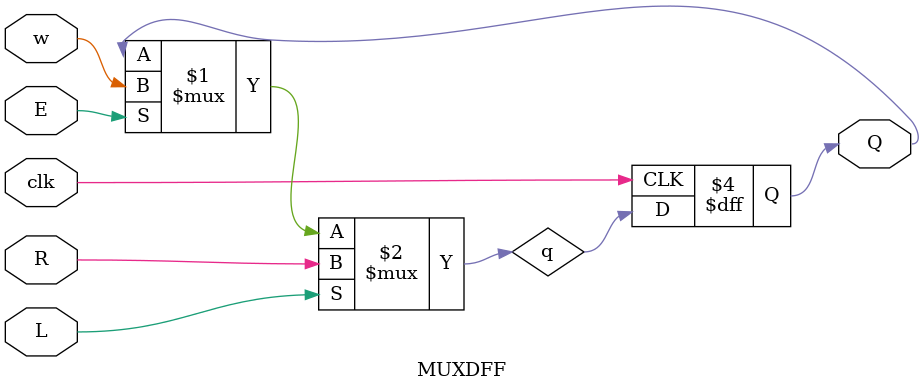
<source format=v>
module top_module (
    input [3:0] SW,
    input [3:0] KEY,
    output [3:0] LEDR
); //
wire k0,k1,k2,k3;
reg [3:0]red;
    assign k0=KEY[0];
    assign k1=KEY[1];
    assign k2=KEY[2];
    assign k3=KEY[3];
    
    MUXDFF u1(red[3],k1,SW[3],k2,k3,k0); 
    MUXDFF u2(red[2],k1,SW[2],k2,red[3],k0);
    MUXDFF u3(red[1],k1,SW[1],k2,red[2],k0);
    MUXDFF u4(red[0],k1,SW[0],k2,red[1],k0);
 assign LEDR=red;
endmodule

module MUXDFF (
output reg Q,
input E,
input R,
input L,
input w,
input clk);
wire q;
    assign q=L?R:(E?w:Q);
    always@(posedge clk)
        Q<=q;
endmodule

</source>
